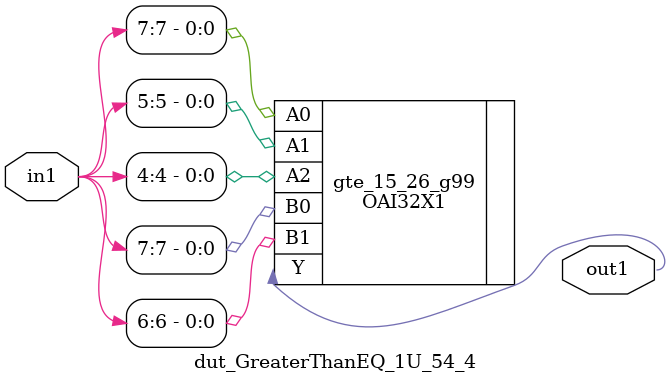
<source format=v>
`timescale 1ps / 1ps


module dut_GreaterThanEQ_1U_54_4(in1, out1);
  input [7:0] in1;
  output out1;
  wire [7:0] in1;
  wire out1;
  OAI32X1 gte_15_26_g99(.A0 (in1[7]), .A1 (in1[5]), .A2 (in1[4]), .B0
       (in1[7]), .B1 (in1[6]), .Y (out1));
endmodule



</source>
